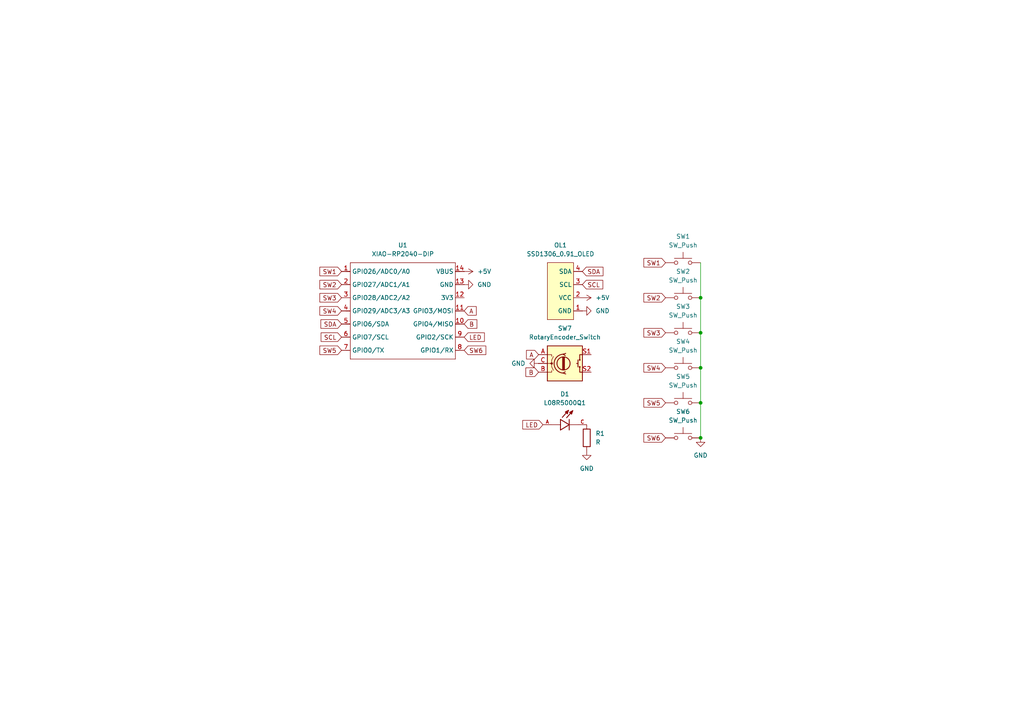
<source format=kicad_sch>
(kicad_sch
	(version 20250114)
	(generator "eeschema")
	(generator_version "9.0")
	(uuid "46873147-f8b1-4616-98b5-dc4b24a60e10")
	(paper "A4")
	(lib_symbols
		(symbol "Device:R"
			(pin_numbers
				(hide yes)
			)
			(pin_names
				(offset 0)
			)
			(exclude_from_sim no)
			(in_bom yes)
			(on_board yes)
			(property "Reference" "R"
				(at 2.032 0 90)
				(effects
					(font
						(size 1.27 1.27)
					)
				)
			)
			(property "Value" "R"
				(at 0 0 90)
				(effects
					(font
						(size 1.27 1.27)
					)
				)
			)
			(property "Footprint" ""
				(at -1.778 0 90)
				(effects
					(font
						(size 1.27 1.27)
					)
					(hide yes)
				)
			)
			(property "Datasheet" "~"
				(at 0 0 0)
				(effects
					(font
						(size 1.27 1.27)
					)
					(hide yes)
				)
			)
			(property "Description" "Resistor"
				(at 0 0 0)
				(effects
					(font
						(size 1.27 1.27)
					)
					(hide yes)
				)
			)
			(property "ki_keywords" "R res resistor"
				(at 0 0 0)
				(effects
					(font
						(size 1.27 1.27)
					)
					(hide yes)
				)
			)
			(property "ki_fp_filters" "R_*"
				(at 0 0 0)
				(effects
					(font
						(size 1.27 1.27)
					)
					(hide yes)
				)
			)
			(symbol "R_0_1"
				(rectangle
					(start -1.016 -2.54)
					(end 1.016 2.54)
					(stroke
						(width 0.254)
						(type default)
					)
					(fill
						(type none)
					)
				)
			)
			(symbol "R_1_1"
				(pin passive line
					(at 0 3.81 270)
					(length 1.27)
					(name "~"
						(effects
							(font
								(size 1.27 1.27)
							)
						)
					)
					(number "1"
						(effects
							(font
								(size 1.27 1.27)
							)
						)
					)
				)
				(pin passive line
					(at 0 -3.81 90)
					(length 1.27)
					(name "~"
						(effects
							(font
								(size 1.27 1.27)
							)
						)
					)
					(number "2"
						(effects
							(font
								(size 1.27 1.27)
							)
						)
					)
				)
			)
			(embedded_fonts no)
		)
		(symbol "Device:RotaryEncoder_Switch"
			(pin_names
				(offset 0.254)
				(hide yes)
			)
			(exclude_from_sim no)
			(in_bom yes)
			(on_board yes)
			(property "Reference" "SW"
				(at 0 6.604 0)
				(effects
					(font
						(size 1.27 1.27)
					)
				)
			)
			(property "Value" "RotaryEncoder_Switch"
				(at 0 -6.604 0)
				(effects
					(font
						(size 1.27 1.27)
					)
				)
			)
			(property "Footprint" ""
				(at -3.81 4.064 0)
				(effects
					(font
						(size 1.27 1.27)
					)
					(hide yes)
				)
			)
			(property "Datasheet" "~"
				(at 0 6.604 0)
				(effects
					(font
						(size 1.27 1.27)
					)
					(hide yes)
				)
			)
			(property "Description" "Rotary encoder, dual channel, incremental quadrate outputs, with switch"
				(at 0 0 0)
				(effects
					(font
						(size 1.27 1.27)
					)
					(hide yes)
				)
			)
			(property "ki_keywords" "rotary switch encoder switch push button"
				(at 0 0 0)
				(effects
					(font
						(size 1.27 1.27)
					)
					(hide yes)
				)
			)
			(property "ki_fp_filters" "RotaryEncoder*Switch*"
				(at 0 0 0)
				(effects
					(font
						(size 1.27 1.27)
					)
					(hide yes)
				)
			)
			(symbol "RotaryEncoder_Switch_0_1"
				(rectangle
					(start -5.08 5.08)
					(end 5.08 -5.08)
					(stroke
						(width 0.254)
						(type default)
					)
					(fill
						(type background)
					)
				)
				(polyline
					(pts
						(xy -5.08 2.54) (xy -3.81 2.54) (xy -3.81 2.032)
					)
					(stroke
						(width 0)
						(type default)
					)
					(fill
						(type none)
					)
				)
				(polyline
					(pts
						(xy -5.08 0) (xy -3.81 0) (xy -3.81 -1.016) (xy -3.302 -2.032)
					)
					(stroke
						(width 0)
						(type default)
					)
					(fill
						(type none)
					)
				)
				(polyline
					(pts
						(xy -5.08 -2.54) (xy -3.81 -2.54) (xy -3.81 -2.032)
					)
					(stroke
						(width 0)
						(type default)
					)
					(fill
						(type none)
					)
				)
				(polyline
					(pts
						(xy -4.318 0) (xy -3.81 0) (xy -3.81 1.016) (xy -3.302 2.032)
					)
					(stroke
						(width 0)
						(type default)
					)
					(fill
						(type none)
					)
				)
				(circle
					(center -3.81 0)
					(radius 0.254)
					(stroke
						(width 0)
						(type default)
					)
					(fill
						(type outline)
					)
				)
				(polyline
					(pts
						(xy -0.635 -1.778) (xy -0.635 1.778)
					)
					(stroke
						(width 0.254)
						(type default)
					)
					(fill
						(type none)
					)
				)
				(circle
					(center -0.381 0)
					(radius 1.905)
					(stroke
						(width 0.254)
						(type default)
					)
					(fill
						(type none)
					)
				)
				(polyline
					(pts
						(xy -0.381 -1.778) (xy -0.381 1.778)
					)
					(stroke
						(width 0.254)
						(type default)
					)
					(fill
						(type none)
					)
				)
				(arc
					(start -0.381 -2.794)
					(mid -3.0988 -0.0635)
					(end -0.381 2.667)
					(stroke
						(width 0.254)
						(type default)
					)
					(fill
						(type none)
					)
				)
				(polyline
					(pts
						(xy -0.127 1.778) (xy -0.127 -1.778)
					)
					(stroke
						(width 0.254)
						(type default)
					)
					(fill
						(type none)
					)
				)
				(polyline
					(pts
						(xy 0.254 2.921) (xy -0.508 2.667) (xy 0.127 2.286)
					)
					(stroke
						(width 0.254)
						(type default)
					)
					(fill
						(type none)
					)
				)
				(polyline
					(pts
						(xy 0.254 -3.048) (xy -0.508 -2.794) (xy 0.127 -2.413)
					)
					(stroke
						(width 0.254)
						(type default)
					)
					(fill
						(type none)
					)
				)
				(polyline
					(pts
						(xy 3.81 1.016) (xy 3.81 -1.016)
					)
					(stroke
						(width 0.254)
						(type default)
					)
					(fill
						(type none)
					)
				)
				(polyline
					(pts
						(xy 3.81 0) (xy 3.429 0)
					)
					(stroke
						(width 0.254)
						(type default)
					)
					(fill
						(type none)
					)
				)
				(circle
					(center 4.318 1.016)
					(radius 0.127)
					(stroke
						(width 0.254)
						(type default)
					)
					(fill
						(type none)
					)
				)
				(circle
					(center 4.318 -1.016)
					(radius 0.127)
					(stroke
						(width 0.254)
						(type default)
					)
					(fill
						(type none)
					)
				)
				(polyline
					(pts
						(xy 5.08 2.54) (xy 4.318 2.54) (xy 4.318 1.016)
					)
					(stroke
						(width 0.254)
						(type default)
					)
					(fill
						(type none)
					)
				)
				(polyline
					(pts
						(xy 5.08 -2.54) (xy 4.318 -2.54) (xy 4.318 -1.016)
					)
					(stroke
						(width 0.254)
						(type default)
					)
					(fill
						(type none)
					)
				)
			)
			(symbol "RotaryEncoder_Switch_1_1"
				(pin passive line
					(at -7.62 2.54 0)
					(length 2.54)
					(name "A"
						(effects
							(font
								(size 1.27 1.27)
							)
						)
					)
					(number "A"
						(effects
							(font
								(size 1.27 1.27)
							)
						)
					)
				)
				(pin passive line
					(at -7.62 0 0)
					(length 2.54)
					(name "C"
						(effects
							(font
								(size 1.27 1.27)
							)
						)
					)
					(number "C"
						(effects
							(font
								(size 1.27 1.27)
							)
						)
					)
				)
				(pin passive line
					(at -7.62 -2.54 0)
					(length 2.54)
					(name "B"
						(effects
							(font
								(size 1.27 1.27)
							)
						)
					)
					(number "B"
						(effects
							(font
								(size 1.27 1.27)
							)
						)
					)
				)
				(pin passive line
					(at 7.62 2.54 180)
					(length 2.54)
					(name "S1"
						(effects
							(font
								(size 1.27 1.27)
							)
						)
					)
					(number "S1"
						(effects
							(font
								(size 1.27 1.27)
							)
						)
					)
				)
				(pin passive line
					(at 7.62 -2.54 180)
					(length 2.54)
					(name "S2"
						(effects
							(font
								(size 1.27 1.27)
							)
						)
					)
					(number "S2"
						(effects
							(font
								(size 1.27 1.27)
							)
						)
					)
				)
			)
			(embedded_fonts no)
		)
		(symbol "L08R5000Q1:L08R5000Q1"
			(pin_names
				(offset 1.016)
			)
			(exclude_from_sim no)
			(in_bom yes)
			(on_board yes)
			(property "Reference" "D"
				(at -3.0988 4.4958 0)
				(effects
					(font
						(size 1.27 1.27)
					)
					(justify left bottom)
				)
			)
			(property "Value" "L08R5000Q1"
				(at -3.556 -3.302 0)
				(effects
					(font
						(size 1.27 1.27)
					)
					(justify left bottom)
				)
			)
			(property "Footprint" "L08R5000Q1:LEDRD254W57D500H1070"
				(at 0 0 0)
				(effects
					(font
						(size 1.27 1.27)
					)
					(justify bottom)
					(hide yes)
				)
			)
			(property "Datasheet" ""
				(at 0 0 0)
				(effects
					(font
						(size 1.27 1.27)
					)
					(hide yes)
				)
			)
			(property "Description" ""
				(at 0 0 0)
				(effects
					(font
						(size 1.27 1.27)
					)
					(hide yes)
				)
			)
			(property "MF" "LED Technology"
				(at 0 0 0)
				(effects
					(font
						(size 1.27 1.27)
					)
					(justify bottom)
					(hide yes)
				)
			)
			(property "MAXIMUM_PACKAGE_HEIGHT" "10.7mm"
				(at 0 0 0)
				(effects
					(font
						(size 1.27 1.27)
					)
					(justify bottom)
					(hide yes)
				)
			)
			(property "Package" "None"
				(at 0 0 0)
				(effects
					(font
						(size 1.27 1.27)
					)
					(justify bottom)
					(hide yes)
				)
			)
			(property "Price" "None"
				(at 0 0 0)
				(effects
					(font
						(size 1.27 1.27)
					)
					(justify bottom)
					(hide yes)
				)
			)
			(property "Check_prices" "https://www.snapeda.com/parts/L08R5000Q1/LED+Technology/view-part/?ref=eda"
				(at 0 0 0)
				(effects
					(font
						(size 1.27 1.27)
					)
					(justify bottom)
					(hide yes)
				)
			)
			(property "STANDARD" "IPC-7351B"
				(at 0 0 0)
				(effects
					(font
						(size 1.27 1.27)
					)
					(justify bottom)
					(hide yes)
				)
			)
			(property "PARTREV" "NA"
				(at 0 0 0)
				(effects
					(font
						(size 1.27 1.27)
					)
					(justify bottom)
					(hide yes)
				)
			)
			(property "SnapEDA_Link" "https://www.snapeda.com/parts/L08R5000Q1/LED+Technology/view-part/?ref=snap"
				(at 0 0 0)
				(effects
					(font
						(size 1.27 1.27)
					)
					(justify bottom)
					(hide yes)
				)
			)
			(property "MP" "L08R5000Q1"
				(at 0 0 0)
				(effects
					(font
						(size 1.27 1.27)
					)
					(justify bottom)
					(hide yes)
				)
			)
			(property "Description_1" "LED, 5MM, ORANGE; LED / Lamp Size: 5mm / T-1 3/4; LED Colour: Orange; Typ Luminous Intensity: 4.3mcd; Viewing Angle: ..."
				(at 0 0 0)
				(effects
					(font
						(size 1.27 1.27)
					)
					(justify bottom)
					(hide yes)
				)
			)
			(property "Availability" "Not in stock"
				(at 0 0 0)
				(effects
					(font
						(size 1.27 1.27)
					)
					(justify bottom)
					(hide yes)
				)
			)
			(property "MANUFACTURER" "LED TECHNOLOGY"
				(at 0 0 0)
				(effects
					(font
						(size 1.27 1.27)
					)
					(justify bottom)
					(hide yes)
				)
			)
			(symbol "L08R5000Q1_0_0"
				(polyline
					(pts
						(xy -2.54 1.524) (xy -2.54 0)
					)
					(stroke
						(width 0.254)
						(type default)
					)
					(fill
						(type none)
					)
				)
				(polyline
					(pts
						(xy -2.54 0) (xy -5.08 0)
					)
					(stroke
						(width 0.1524)
						(type default)
					)
					(fill
						(type none)
					)
				)
				(polyline
					(pts
						(xy -2.54 0) (xy -2.54 -1.524)
					)
					(stroke
						(width 0.254)
						(type default)
					)
					(fill
						(type none)
					)
				)
				(polyline
					(pts
						(xy -2.54 -1.524) (xy 0 0)
					)
					(stroke
						(width 0.254)
						(type default)
					)
					(fill
						(type none)
					)
				)
				(polyline
					(pts
						(xy -1.1176 3.683) (xy -0.2286 4.1656)
					)
					(stroke
						(width 0.254)
						(type default)
					)
					(fill
						(type none)
					)
				)
				(polyline
					(pts
						(xy -0.9398 3.6068) (xy -0.7112 3.7592)
					)
					(stroke
						(width 0.254)
						(type default)
					)
					(fill
						(type none)
					)
				)
				(polyline
					(pts
						(xy -0.5588 3.2004) (xy -1.1176 3.683)
					)
					(stroke
						(width 0.254)
						(type default)
					)
					(fill
						(type none)
					)
				)
				(polyline
					(pts
						(xy -0.5588 3.2004) (xy -0.5334 3.937)
					)
					(stroke
						(width 0.254)
						(type default)
					)
					(fill
						(type none)
					)
				)
				(polyline
					(pts
						(xy -0.5334 3.937) (xy -0.6604 3.937)
					)
					(stroke
						(width 0.254)
						(type default)
					)
					(fill
						(type none)
					)
				)
				(polyline
					(pts
						(xy -0.2286 4.1656) (xy -2.0066 2.1336)
					)
					(stroke
						(width 0.254)
						(type default)
					)
					(fill
						(type none)
					)
				)
				(polyline
					(pts
						(xy -0.2286 4.1656) (xy -0.5588 3.2004)
					)
					(stroke
						(width 0.254)
						(type default)
					)
					(fill
						(type none)
					)
				)
				(polyline
					(pts
						(xy 0 1.524) (xy 0 0)
					)
					(stroke
						(width 0.254)
						(type default)
					)
					(fill
						(type none)
					)
				)
				(polyline
					(pts
						(xy 0 0) (xy -2.54 1.524)
					)
					(stroke
						(width 0.254)
						(type default)
					)
					(fill
						(type none)
					)
				)
				(polyline
					(pts
						(xy 0 0) (xy 0 -1.524)
					)
					(stroke
						(width 0.254)
						(type default)
					)
					(fill
						(type none)
					)
				)
				(polyline
					(pts
						(xy 0.127 3.5814) (xy 1.016 4.064)
					)
					(stroke
						(width 0.254)
						(type default)
					)
					(fill
						(type none)
					)
				)
				(polyline
					(pts
						(xy 0.3048 3.5052) (xy 0.5334 3.6576)
					)
					(stroke
						(width 0.254)
						(type default)
					)
					(fill
						(type none)
					)
				)
				(polyline
					(pts
						(xy 0.6858 3.0988) (xy 0.127 3.5814)
					)
					(stroke
						(width 0.254)
						(type default)
					)
					(fill
						(type none)
					)
				)
				(polyline
					(pts
						(xy 0.6858 3.0988) (xy 0.7112 3.8354)
					)
					(stroke
						(width 0.254)
						(type default)
					)
					(fill
						(type none)
					)
				)
				(polyline
					(pts
						(xy 0.7112 3.8354) (xy 0.5842 3.8354)
					)
					(stroke
						(width 0.254)
						(type default)
					)
					(fill
						(type none)
					)
				)
				(polyline
					(pts
						(xy 1.016 4.064) (xy -0.762 2.032)
					)
					(stroke
						(width 0.254)
						(type default)
					)
					(fill
						(type none)
					)
				)
				(polyline
					(pts
						(xy 1.016 4.064) (xy 0.6858 3.0988)
					)
					(stroke
						(width 0.254)
						(type default)
					)
					(fill
						(type none)
					)
				)
				(polyline
					(pts
						(xy 2.54 0) (xy 0 0)
					)
					(stroke
						(width 0.1524)
						(type default)
					)
					(fill
						(type none)
					)
				)
				(pin passive line
					(at -7.62 0 0)
					(length 2.54)
					(name "~"
						(effects
							(font
								(size 1.016 1.016)
							)
						)
					)
					(number "A"
						(effects
							(font
								(size 1.016 1.016)
							)
						)
					)
				)
				(pin passive line
					(at 5.08 0 180)
					(length 2.54)
					(name "~"
						(effects
							(font
								(size 1.016 1.016)
							)
						)
					)
					(number "C"
						(effects
							(font
								(size 1.016 1.016)
							)
						)
					)
				)
			)
			(embedded_fonts no)
		)
		(symbol "SSD1306_0.91_OLED:SSD1306-0.91-OLED"
			(exclude_from_sim no)
			(in_bom yes)
			(on_board yes)
			(property "Reference" "OL"
				(at 8.128 3.556 0)
				(effects
					(font
						(size 1.27 1.27)
					)
				)
			)
			(property "Value" "SSD1306_0.91_OLED"
				(at 8.128 1.524 0)
				(effects
					(font
						(size 1.27 1.27)
					)
				)
			)
			(property "Footprint" ""
				(at 7.62 1.27 0)
				(effects
					(font
						(size 1.27 1.27)
					)
					(hide yes)
				)
			)
			(property "Datasheet" ""
				(at 7.62 1.27 0)
				(effects
					(font
						(size 1.27 1.27)
					)
					(hide yes)
				)
			)
			(property "Description" ""
				(at 7.62 1.27 0)
				(effects
					(font
						(size 1.27 1.27)
					)
					(hide yes)
				)
			)
			(symbol "SSD1306-0.91-OLED_1_1"
				(rectangle
					(start 0 0)
					(end 16.51 -7.62)
					(stroke
						(width 0)
						(type solid)
					)
					(fill
						(type background)
					)
				)
				(pin passive line
					(at 2.54 -10.16 90)
					(length 2.54)
					(name "GND"
						(effects
							(font
								(size 1.27 1.27)
							)
						)
					)
					(number "1"
						(effects
							(font
								(size 1.27 1.27)
							)
						)
					)
				)
				(pin passive line
					(at 6.35 -10.16 90)
					(length 2.54)
					(name "VCC"
						(effects
							(font
								(size 1.27 1.27)
							)
						)
					)
					(number "2"
						(effects
							(font
								(size 1.27 1.27)
							)
						)
					)
				)
				(pin passive line
					(at 10.16 -10.16 90)
					(length 2.54)
					(name "SCL"
						(effects
							(font
								(size 1.27 1.27)
							)
						)
					)
					(number "3"
						(effects
							(font
								(size 1.27 1.27)
							)
						)
					)
				)
				(pin passive line
					(at 13.97 -10.16 90)
					(length 2.54)
					(name "SDA"
						(effects
							(font
								(size 1.27 1.27)
							)
						)
					)
					(number "4"
						(effects
							(font
								(size 1.27 1.27)
							)
						)
					)
				)
			)
			(embedded_fonts no)
		)
		(symbol "Seeed_Studio_XIAO_Series:XIAO-RP2040-DIP"
			(exclude_from_sim no)
			(in_bom yes)
			(on_board yes)
			(property "Reference" "U"
				(at 0 0 0)
				(effects
					(font
						(size 1.27 1.27)
					)
				)
			)
			(property "Value" "XIAO-RP2040-DIP"
				(at 5.334 -1.778 0)
				(effects
					(font
						(size 1.27 1.27)
					)
				)
			)
			(property "Footprint" "Module:MOUDLE14P-XIAO-DIP-SMD"
				(at 14.478 -32.258 0)
				(effects
					(font
						(size 1.27 1.27)
					)
					(hide yes)
				)
			)
			(property "Datasheet" ""
				(at 0 0 0)
				(effects
					(font
						(size 1.27 1.27)
					)
					(hide yes)
				)
			)
			(property "Description" ""
				(at 0 0 0)
				(effects
					(font
						(size 1.27 1.27)
					)
					(hide yes)
				)
			)
			(symbol "XIAO-RP2040-DIP_1_0"
				(polyline
					(pts
						(xy -1.27 -2.54) (xy 29.21 -2.54)
					)
					(stroke
						(width 0.1524)
						(type solid)
					)
					(fill
						(type none)
					)
				)
				(polyline
					(pts
						(xy -1.27 -5.08) (xy -2.54 -5.08)
					)
					(stroke
						(width 0.1524)
						(type solid)
					)
					(fill
						(type none)
					)
				)
				(polyline
					(pts
						(xy -1.27 -5.08) (xy -1.27 -2.54)
					)
					(stroke
						(width 0.1524)
						(type solid)
					)
					(fill
						(type none)
					)
				)
				(polyline
					(pts
						(xy -1.27 -8.89) (xy -2.54 -8.89)
					)
					(stroke
						(width 0.1524)
						(type solid)
					)
					(fill
						(type none)
					)
				)
				(polyline
					(pts
						(xy -1.27 -8.89) (xy -1.27 -5.08)
					)
					(stroke
						(width 0.1524)
						(type solid)
					)
					(fill
						(type none)
					)
				)
				(polyline
					(pts
						(xy -1.27 -12.7) (xy -2.54 -12.7)
					)
					(stroke
						(width 0.1524)
						(type solid)
					)
					(fill
						(type none)
					)
				)
				(polyline
					(pts
						(xy -1.27 -12.7) (xy -1.27 -8.89)
					)
					(stroke
						(width 0.1524)
						(type solid)
					)
					(fill
						(type none)
					)
				)
				(polyline
					(pts
						(xy -1.27 -16.51) (xy -2.54 -16.51)
					)
					(stroke
						(width 0.1524)
						(type solid)
					)
					(fill
						(type none)
					)
				)
				(polyline
					(pts
						(xy -1.27 -16.51) (xy -1.27 -12.7)
					)
					(stroke
						(width 0.1524)
						(type solid)
					)
					(fill
						(type none)
					)
				)
				(polyline
					(pts
						(xy -1.27 -20.32) (xy -2.54 -20.32)
					)
					(stroke
						(width 0.1524)
						(type solid)
					)
					(fill
						(type none)
					)
				)
				(polyline
					(pts
						(xy -1.27 -24.13) (xy -2.54 -24.13)
					)
					(stroke
						(width 0.1524)
						(type solid)
					)
					(fill
						(type none)
					)
				)
				(polyline
					(pts
						(xy -1.27 -27.94) (xy -2.54 -27.94)
					)
					(stroke
						(width 0.1524)
						(type solid)
					)
					(fill
						(type none)
					)
				)
				(polyline
					(pts
						(xy -1.27 -30.48) (xy -1.27 -16.51)
					)
					(stroke
						(width 0.1524)
						(type solid)
					)
					(fill
						(type none)
					)
				)
				(polyline
					(pts
						(xy 29.21 -2.54) (xy 29.21 -5.08)
					)
					(stroke
						(width 0.1524)
						(type solid)
					)
					(fill
						(type none)
					)
				)
				(polyline
					(pts
						(xy 29.21 -5.08) (xy 29.21 -8.89)
					)
					(stroke
						(width 0.1524)
						(type solid)
					)
					(fill
						(type none)
					)
				)
				(polyline
					(pts
						(xy 29.21 -8.89) (xy 29.21 -12.7)
					)
					(stroke
						(width 0.1524)
						(type solid)
					)
					(fill
						(type none)
					)
				)
				(polyline
					(pts
						(xy 29.21 -12.7) (xy 29.21 -30.48)
					)
					(stroke
						(width 0.1524)
						(type solid)
					)
					(fill
						(type none)
					)
				)
				(polyline
					(pts
						(xy 29.21 -30.48) (xy -1.27 -30.48)
					)
					(stroke
						(width 0.1524)
						(type solid)
					)
					(fill
						(type none)
					)
				)
				(polyline
					(pts
						(xy 30.48 -5.08) (xy 29.21 -5.08)
					)
					(stroke
						(width 0.1524)
						(type solid)
					)
					(fill
						(type none)
					)
				)
				(polyline
					(pts
						(xy 30.48 -8.89) (xy 29.21 -8.89)
					)
					(stroke
						(width 0.1524)
						(type solid)
					)
					(fill
						(type none)
					)
				)
				(polyline
					(pts
						(xy 30.48 -12.7) (xy 29.21 -12.7)
					)
					(stroke
						(width 0.1524)
						(type solid)
					)
					(fill
						(type none)
					)
				)
				(polyline
					(pts
						(xy 30.48 -16.51) (xy 29.21 -16.51)
					)
					(stroke
						(width 0.1524)
						(type solid)
					)
					(fill
						(type none)
					)
				)
				(polyline
					(pts
						(xy 30.48 -20.32) (xy 29.21 -20.32)
					)
					(stroke
						(width 0.1524)
						(type solid)
					)
					(fill
						(type none)
					)
				)
				(polyline
					(pts
						(xy 30.48 -24.13) (xy 29.21 -24.13)
					)
					(stroke
						(width 0.1524)
						(type solid)
					)
					(fill
						(type none)
					)
				)
				(polyline
					(pts
						(xy 30.48 -27.94) (xy 29.21 -27.94)
					)
					(stroke
						(width 0.1524)
						(type solid)
					)
					(fill
						(type none)
					)
				)
				(pin passive line
					(at -3.81 -5.08 0)
					(length 2.54)
					(name "GPIO26/ADC0/A0"
						(effects
							(font
								(size 1.27 1.27)
							)
						)
					)
					(number "1"
						(effects
							(font
								(size 1.27 1.27)
							)
						)
					)
				)
				(pin passive line
					(at -3.81 -8.89 0)
					(length 2.54)
					(name "GPIO27/ADC1/A1"
						(effects
							(font
								(size 1.27 1.27)
							)
						)
					)
					(number "2"
						(effects
							(font
								(size 1.27 1.27)
							)
						)
					)
				)
				(pin passive line
					(at -3.81 -12.7 0)
					(length 2.54)
					(name "GPIO28/ADC2/A2"
						(effects
							(font
								(size 1.27 1.27)
							)
						)
					)
					(number "3"
						(effects
							(font
								(size 1.27 1.27)
							)
						)
					)
				)
				(pin passive line
					(at -3.81 -16.51 0)
					(length 2.54)
					(name "GPIO29/ADC3/A3"
						(effects
							(font
								(size 1.27 1.27)
							)
						)
					)
					(number "4"
						(effects
							(font
								(size 1.27 1.27)
							)
						)
					)
				)
				(pin passive line
					(at -3.81 -20.32 0)
					(length 2.54)
					(name "GPIO6/SDA"
						(effects
							(font
								(size 1.27 1.27)
							)
						)
					)
					(number "5"
						(effects
							(font
								(size 1.27 1.27)
							)
						)
					)
				)
				(pin passive line
					(at -3.81 -24.13 0)
					(length 2.54)
					(name "GPIO7/SCL"
						(effects
							(font
								(size 1.27 1.27)
							)
						)
					)
					(number "6"
						(effects
							(font
								(size 1.27 1.27)
							)
						)
					)
				)
				(pin passive line
					(at -3.81 -27.94 0)
					(length 2.54)
					(name "GPIO0/TX"
						(effects
							(font
								(size 1.27 1.27)
							)
						)
					)
					(number "7"
						(effects
							(font
								(size 1.27 1.27)
							)
						)
					)
				)
				(pin passive line
					(at 31.75 -5.08 180)
					(length 2.54)
					(name "VBUS"
						(effects
							(font
								(size 1.27 1.27)
							)
						)
					)
					(number "14"
						(effects
							(font
								(size 1.27 1.27)
							)
						)
					)
				)
				(pin passive line
					(at 31.75 -8.89 180)
					(length 2.54)
					(name "GND"
						(effects
							(font
								(size 1.27 1.27)
							)
						)
					)
					(number "13"
						(effects
							(font
								(size 1.27 1.27)
							)
						)
					)
				)
				(pin passive line
					(at 31.75 -12.7 180)
					(length 2.54)
					(name "3V3"
						(effects
							(font
								(size 1.27 1.27)
							)
						)
					)
					(number "12"
						(effects
							(font
								(size 1.27 1.27)
							)
						)
					)
				)
				(pin passive line
					(at 31.75 -16.51 180)
					(length 2.54)
					(name "GPIO3/MOSI"
						(effects
							(font
								(size 1.27 1.27)
							)
						)
					)
					(number "11"
						(effects
							(font
								(size 1.27 1.27)
							)
						)
					)
				)
				(pin passive line
					(at 31.75 -20.32 180)
					(length 2.54)
					(name "GPIO4/MISO"
						(effects
							(font
								(size 1.27 1.27)
							)
						)
					)
					(number "10"
						(effects
							(font
								(size 1.27 1.27)
							)
						)
					)
				)
				(pin passive line
					(at 31.75 -24.13 180)
					(length 2.54)
					(name "GPIO2/SCK"
						(effects
							(font
								(size 1.27 1.27)
							)
						)
					)
					(number "9"
						(effects
							(font
								(size 1.27 1.27)
							)
						)
					)
				)
				(pin passive line
					(at 31.75 -27.94 180)
					(length 2.54)
					(name "GPIO1/RX"
						(effects
							(font
								(size 1.27 1.27)
							)
						)
					)
					(number "8"
						(effects
							(font
								(size 1.27 1.27)
							)
						)
					)
				)
			)
			(embedded_fonts no)
		)
		(symbol "Switch:SW_Push"
			(pin_numbers
				(hide yes)
			)
			(pin_names
				(offset 1.016)
				(hide yes)
			)
			(exclude_from_sim no)
			(in_bom yes)
			(on_board yes)
			(property "Reference" "SW"
				(at 1.27 2.54 0)
				(effects
					(font
						(size 1.27 1.27)
					)
					(justify left)
				)
			)
			(property "Value" "SW_Push"
				(at 0 -1.524 0)
				(effects
					(font
						(size 1.27 1.27)
					)
				)
			)
			(property "Footprint" ""
				(at 0 5.08 0)
				(effects
					(font
						(size 1.27 1.27)
					)
					(hide yes)
				)
			)
			(property "Datasheet" "~"
				(at 0 5.08 0)
				(effects
					(font
						(size 1.27 1.27)
					)
					(hide yes)
				)
			)
			(property "Description" "Push button switch, generic, two pins"
				(at 0 0 0)
				(effects
					(font
						(size 1.27 1.27)
					)
					(hide yes)
				)
			)
			(property "ki_keywords" "switch normally-open pushbutton push-button"
				(at 0 0 0)
				(effects
					(font
						(size 1.27 1.27)
					)
					(hide yes)
				)
			)
			(symbol "SW_Push_0_1"
				(circle
					(center -2.032 0)
					(radius 0.508)
					(stroke
						(width 0)
						(type default)
					)
					(fill
						(type none)
					)
				)
				(polyline
					(pts
						(xy 0 1.27) (xy 0 3.048)
					)
					(stroke
						(width 0)
						(type default)
					)
					(fill
						(type none)
					)
				)
				(circle
					(center 2.032 0)
					(radius 0.508)
					(stroke
						(width 0)
						(type default)
					)
					(fill
						(type none)
					)
				)
				(polyline
					(pts
						(xy 2.54 1.27) (xy -2.54 1.27)
					)
					(stroke
						(width 0)
						(type default)
					)
					(fill
						(type none)
					)
				)
				(pin passive line
					(at -5.08 0 0)
					(length 2.54)
					(name "1"
						(effects
							(font
								(size 1.27 1.27)
							)
						)
					)
					(number "1"
						(effects
							(font
								(size 1.27 1.27)
							)
						)
					)
				)
				(pin passive line
					(at 5.08 0 180)
					(length 2.54)
					(name "2"
						(effects
							(font
								(size 1.27 1.27)
							)
						)
					)
					(number "2"
						(effects
							(font
								(size 1.27 1.27)
							)
						)
					)
				)
			)
			(embedded_fonts no)
		)
		(symbol "power:+5V"
			(power)
			(pin_numbers
				(hide yes)
			)
			(pin_names
				(offset 0)
				(hide yes)
			)
			(exclude_from_sim no)
			(in_bom yes)
			(on_board yes)
			(property "Reference" "#PWR"
				(at 0 -3.81 0)
				(effects
					(font
						(size 1.27 1.27)
					)
					(hide yes)
				)
			)
			(property "Value" "+5V"
				(at 0 3.556 0)
				(effects
					(font
						(size 1.27 1.27)
					)
				)
			)
			(property "Footprint" ""
				(at 0 0 0)
				(effects
					(font
						(size 1.27 1.27)
					)
					(hide yes)
				)
			)
			(property "Datasheet" ""
				(at 0 0 0)
				(effects
					(font
						(size 1.27 1.27)
					)
					(hide yes)
				)
			)
			(property "Description" "Power symbol creates a global label with name \"+5V\""
				(at 0 0 0)
				(effects
					(font
						(size 1.27 1.27)
					)
					(hide yes)
				)
			)
			(property "ki_keywords" "global power"
				(at 0 0 0)
				(effects
					(font
						(size 1.27 1.27)
					)
					(hide yes)
				)
			)
			(symbol "+5V_0_1"
				(polyline
					(pts
						(xy -0.762 1.27) (xy 0 2.54)
					)
					(stroke
						(width 0)
						(type default)
					)
					(fill
						(type none)
					)
				)
				(polyline
					(pts
						(xy 0 2.54) (xy 0.762 1.27)
					)
					(stroke
						(width 0)
						(type default)
					)
					(fill
						(type none)
					)
				)
				(polyline
					(pts
						(xy 0 0) (xy 0 2.54)
					)
					(stroke
						(width 0)
						(type default)
					)
					(fill
						(type none)
					)
				)
			)
			(symbol "+5V_1_1"
				(pin power_in line
					(at 0 0 90)
					(length 0)
					(name "~"
						(effects
							(font
								(size 1.27 1.27)
							)
						)
					)
					(number "1"
						(effects
							(font
								(size 1.27 1.27)
							)
						)
					)
				)
			)
			(embedded_fonts no)
		)
		(symbol "power:GND"
			(power)
			(pin_numbers
				(hide yes)
			)
			(pin_names
				(offset 0)
				(hide yes)
			)
			(exclude_from_sim no)
			(in_bom yes)
			(on_board yes)
			(property "Reference" "#PWR"
				(at 0 -6.35 0)
				(effects
					(font
						(size 1.27 1.27)
					)
					(hide yes)
				)
			)
			(property "Value" "GND"
				(at 0 -3.81 0)
				(effects
					(font
						(size 1.27 1.27)
					)
				)
			)
			(property "Footprint" ""
				(at 0 0 0)
				(effects
					(font
						(size 1.27 1.27)
					)
					(hide yes)
				)
			)
			(property "Datasheet" ""
				(at 0 0 0)
				(effects
					(font
						(size 1.27 1.27)
					)
					(hide yes)
				)
			)
			(property "Description" "Power symbol creates a global label with name \"GND\" , ground"
				(at 0 0 0)
				(effects
					(font
						(size 1.27 1.27)
					)
					(hide yes)
				)
			)
			(property "ki_keywords" "global power"
				(at 0 0 0)
				(effects
					(font
						(size 1.27 1.27)
					)
					(hide yes)
				)
			)
			(symbol "GND_0_1"
				(polyline
					(pts
						(xy 0 0) (xy 0 -1.27) (xy 1.27 -1.27) (xy 0 -2.54) (xy -1.27 -1.27) (xy 0 -1.27)
					)
					(stroke
						(width 0)
						(type default)
					)
					(fill
						(type none)
					)
				)
			)
			(symbol "GND_1_1"
				(pin power_in line
					(at 0 0 270)
					(length 0)
					(name "~"
						(effects
							(font
								(size 1.27 1.27)
							)
						)
					)
					(number "1"
						(effects
							(font
								(size 1.27 1.27)
							)
						)
					)
				)
			)
			(embedded_fonts no)
		)
	)
	(junction
		(at 203.2 116.84)
		(diameter 0)
		(color 0 0 0 0)
		(uuid "12003b6b-2398-4c92-83d6-0d8d5ec6d866")
	)
	(junction
		(at 203.2 106.68)
		(diameter 0)
		(color 0 0 0 0)
		(uuid "203c9888-4152-4c38-bf0b-bf18a47dbd00")
	)
	(junction
		(at 203.2 86.36)
		(diameter 0)
		(color 0 0 0 0)
		(uuid "8161b09c-45cd-4154-bb01-c2921106e190")
	)
	(junction
		(at 203.2 96.52)
		(diameter 0)
		(color 0 0 0 0)
		(uuid "8cb78a65-7628-4475-be99-700409321e6f")
	)
	(junction
		(at 203.2 127)
		(diameter 0)
		(color 0 0 0 0)
		(uuid "bd9db146-205a-4572-b2cb-328fc7723f05")
	)
	(wire
		(pts
			(xy 203.2 76.2) (xy 203.2 86.36)
		)
		(stroke
			(width 0)
			(type default)
		)
		(uuid "08f27d46-c563-4744-9b92-451f28d59b13")
	)
	(wire
		(pts
			(xy 203.2 106.68) (xy 203.2 116.84)
		)
		(stroke
			(width 0)
			(type default)
		)
		(uuid "6ffd6af3-69ae-4a16-8ed6-0bfedcd48009")
	)
	(wire
		(pts
			(xy 203.2 96.52) (xy 203.2 106.68)
		)
		(stroke
			(width 0)
			(type default)
		)
		(uuid "8b164ef8-0f6b-44c6-8796-49e77b0b7a4f")
	)
	(wire
		(pts
			(xy 203.2 86.36) (xy 203.2 96.52)
		)
		(stroke
			(width 0)
			(type default)
		)
		(uuid "9d4e450a-64d9-4599-bad7-2a3b34703ff0")
	)
	(wire
		(pts
			(xy 203.2 116.84) (xy 203.2 127)
		)
		(stroke
			(width 0)
			(type default)
		)
		(uuid "cb038ffa-7efe-4ce3-ae3e-8d622fb2991f")
	)
	(global_label "SW6"
		(shape input)
		(at 134.62 101.6 0)
		(fields_autoplaced yes)
		(effects
			(font
				(size 1.27 1.27)
			)
			(justify left)
		)
		(uuid "13fd5d13-6a51-4cf3-bb81-6b72fef40d58")
		(property "Intersheetrefs" "${INTERSHEET_REFS}"
			(at 141.4756 101.6 0)
			(effects
				(font
					(size 1.27 1.27)
				)
				(justify left)
				(hide yes)
			)
		)
	)
	(global_label "LED"
		(shape input)
		(at 157.48 123.19 180)
		(fields_autoplaced yes)
		(effects
			(font
				(size 1.27 1.27)
			)
			(justify right)
		)
		(uuid "18fa8a11-b0ec-43bc-929c-4338fc6c6e5e")
		(property "Intersheetrefs" "${INTERSHEET_REFS}"
			(at 151.0477 123.19 0)
			(effects
				(font
					(size 1.27 1.27)
				)
				(justify right)
				(hide yes)
			)
		)
	)
	(global_label "SW1"
		(shape input)
		(at 193.04 76.2 180)
		(fields_autoplaced yes)
		(effects
			(font
				(size 1.27 1.27)
			)
			(justify right)
		)
		(uuid "1c546609-2fad-4344-910b-38c1ced5dfb9")
		(property "Intersheetrefs" "${INTERSHEET_REFS}"
			(at 186.1844 76.2 0)
			(effects
				(font
					(size 1.27 1.27)
				)
				(justify right)
				(hide yes)
			)
		)
	)
	(global_label "SW5"
		(shape input)
		(at 193.04 116.84 180)
		(fields_autoplaced yes)
		(effects
			(font
				(size 1.27 1.27)
			)
			(justify right)
		)
		(uuid "2020d222-a248-4e5c-a443-b469a35b197d")
		(property "Intersheetrefs" "${INTERSHEET_REFS}"
			(at 186.1844 116.84 0)
			(effects
				(font
					(size 1.27 1.27)
				)
				(justify right)
				(hide yes)
			)
		)
	)
	(global_label "SW5"
		(shape input)
		(at 99.06 101.6 180)
		(fields_autoplaced yes)
		(effects
			(font
				(size 1.27 1.27)
			)
			(justify right)
		)
		(uuid "2c693309-e5d0-4682-90c7-0f568f475e69")
		(property "Intersheetrefs" "${INTERSHEET_REFS}"
			(at 92.2044 101.6 0)
			(effects
				(font
					(size 1.27 1.27)
				)
				(justify right)
				(hide yes)
			)
		)
	)
	(global_label "A"
		(shape input)
		(at 134.62 90.17 0)
		(fields_autoplaced yes)
		(effects
			(font
				(size 1.27 1.27)
			)
			(justify left)
		)
		(uuid "3ca5a7ea-887b-4313-8e06-be7e0b59ccdf")
		(property "Intersheetrefs" "${INTERSHEET_REFS}"
			(at 138.6938 90.17 0)
			(effects
				(font
					(size 1.27 1.27)
				)
				(justify left)
				(hide yes)
			)
		)
	)
	(global_label "SCL"
		(shape input)
		(at 99.06 97.79 180)
		(fields_autoplaced yes)
		(effects
			(font
				(size 1.27 1.27)
			)
			(justify right)
		)
		(uuid "3ff31f92-c431-48da-bb17-03735fa2e85a")
		(property "Intersheetrefs" "${INTERSHEET_REFS}"
			(at 92.5672 97.79 0)
			(effects
				(font
					(size 1.27 1.27)
				)
				(justify right)
				(hide yes)
			)
		)
	)
	(global_label "B"
		(shape input)
		(at 134.62 93.98 0)
		(fields_autoplaced yes)
		(effects
			(font
				(size 1.27 1.27)
			)
			(justify left)
		)
		(uuid "4b5234d2-60c1-43bf-8f61-ee8890221d2a")
		(property "Intersheetrefs" "${INTERSHEET_REFS}"
			(at 138.8752 93.98 0)
			(effects
				(font
					(size 1.27 1.27)
				)
				(justify left)
				(hide yes)
			)
		)
	)
	(global_label "SW4"
		(shape input)
		(at 99.06 90.17 180)
		(fields_autoplaced yes)
		(effects
			(font
				(size 1.27 1.27)
			)
			(justify right)
		)
		(uuid "512251e6-1f5e-4afb-bd10-60154bd87cb2")
		(property "Intersheetrefs" "${INTERSHEET_REFS}"
			(at 92.2044 90.17 0)
			(effects
				(font
					(size 1.27 1.27)
				)
				(justify right)
				(hide yes)
			)
		)
	)
	(global_label "LED"
		(shape input)
		(at 134.62 97.79 0)
		(fields_autoplaced yes)
		(effects
			(font
				(size 1.27 1.27)
			)
			(justify left)
		)
		(uuid "5703407b-c698-4f2e-a2dc-56a5d110afe8")
		(property "Intersheetrefs" "${INTERSHEET_REFS}"
			(at 141.0523 97.79 0)
			(effects
				(font
					(size 1.27 1.27)
				)
				(justify left)
				(hide yes)
			)
		)
	)
	(global_label "SW3"
		(shape input)
		(at 99.06 86.36 180)
		(fields_autoplaced yes)
		(effects
			(font
				(size 1.27 1.27)
			)
			(justify right)
		)
		(uuid "578e352c-1f54-4ecc-83dd-56d9276403b5")
		(property "Intersheetrefs" "${INTERSHEET_REFS}"
			(at 92.2044 86.36 0)
			(effects
				(font
					(size 1.27 1.27)
				)
				(justify right)
				(hide yes)
			)
		)
	)
	(global_label "SW2"
		(shape input)
		(at 99.06 82.55 180)
		(fields_autoplaced yes)
		(effects
			(font
				(size 1.27 1.27)
			)
			(justify right)
		)
		(uuid "5fbfc1aa-4eb4-425a-a264-87ab26705251")
		(property "Intersheetrefs" "${INTERSHEET_REFS}"
			(at 92.2044 82.55 0)
			(effects
				(font
					(size 1.27 1.27)
				)
				(justify right)
				(hide yes)
			)
		)
	)
	(global_label "SDA"
		(shape input)
		(at 168.91 78.74 0)
		(fields_autoplaced yes)
		(effects
			(font
				(size 1.27 1.27)
			)
			(justify left)
		)
		(uuid "773f697d-4d75-4684-8752-c82e55e8e16d")
		(property "Intersheetrefs" "${INTERSHEET_REFS}"
			(at 175.4633 78.74 0)
			(effects
				(font
					(size 1.27 1.27)
				)
				(justify left)
				(hide yes)
			)
		)
	)
	(global_label "SW2"
		(shape input)
		(at 193.04 86.36 180)
		(fields_autoplaced yes)
		(effects
			(font
				(size 1.27 1.27)
			)
			(justify right)
		)
		(uuid "830e58ce-42bc-4de9-a9cd-2af2222fb6c2")
		(property "Intersheetrefs" "${INTERSHEET_REFS}"
			(at 186.1844 86.36 0)
			(effects
				(font
					(size 1.27 1.27)
				)
				(justify right)
				(hide yes)
			)
		)
	)
	(global_label "SCL"
		(shape input)
		(at 168.91 82.55 0)
		(fields_autoplaced yes)
		(effects
			(font
				(size 1.27 1.27)
			)
			(justify left)
		)
		(uuid "8c30a719-7388-4aa8-a9cd-083d45294e57")
		(property "Intersheetrefs" "${INTERSHEET_REFS}"
			(at 175.4028 82.55 0)
			(effects
				(font
					(size 1.27 1.27)
				)
				(justify left)
				(hide yes)
			)
		)
	)
	(global_label "SW3"
		(shape input)
		(at 193.04 96.52 180)
		(fields_autoplaced yes)
		(effects
			(font
				(size 1.27 1.27)
			)
			(justify right)
		)
		(uuid "9405338d-9e59-4ffb-b09d-f5eb628dbcea")
		(property "Intersheetrefs" "${INTERSHEET_REFS}"
			(at 186.1844 96.52 0)
			(effects
				(font
					(size 1.27 1.27)
				)
				(justify right)
				(hide yes)
			)
		)
	)
	(global_label "SW6"
		(shape input)
		(at 193.04 127 180)
		(fields_autoplaced yes)
		(effects
			(font
				(size 1.27 1.27)
			)
			(justify right)
		)
		(uuid "97de3119-82e7-489d-a832-29cd686b9717")
		(property "Intersheetrefs" "${INTERSHEET_REFS}"
			(at 186.1844 127 0)
			(effects
				(font
					(size 1.27 1.27)
				)
				(justify right)
				(hide yes)
			)
		)
	)
	(global_label "SW1"
		(shape input)
		(at 99.06 78.74 180)
		(fields_autoplaced yes)
		(effects
			(font
				(size 1.27 1.27)
			)
			(justify right)
		)
		(uuid "9b5d031e-8f7f-4646-a259-5ba75234e896")
		(property "Intersheetrefs" "${INTERSHEET_REFS}"
			(at 92.2044 78.74 0)
			(effects
				(font
					(size 1.27 1.27)
				)
				(justify right)
				(hide yes)
			)
		)
	)
	(global_label "SDA"
		(shape input)
		(at 99.06 93.98 180)
		(fields_autoplaced yes)
		(effects
			(font
				(size 1.27 1.27)
			)
			(justify right)
		)
		(uuid "ab871e9d-ee9a-44f8-8962-c57012994e9d")
		(property "Intersheetrefs" "${INTERSHEET_REFS}"
			(at 92.5067 93.98 0)
			(effects
				(font
					(size 1.27 1.27)
				)
				(justify right)
				(hide yes)
			)
		)
	)
	(global_label "B"
		(shape input)
		(at 156.21 107.95 180)
		(fields_autoplaced yes)
		(effects
			(font
				(size 1.27 1.27)
			)
			(justify right)
		)
		(uuid "d9764b39-2bc9-4692-b0da-3d19c9ab92ad")
		(property "Intersheetrefs" "${INTERSHEET_REFS}"
			(at 151.9548 107.95 0)
			(effects
				(font
					(size 1.27 1.27)
				)
				(justify right)
				(hide yes)
			)
		)
	)
	(global_label "SW4"
		(shape input)
		(at 193.04 106.68 180)
		(fields_autoplaced yes)
		(effects
			(font
				(size 1.27 1.27)
			)
			(justify right)
		)
		(uuid "ec019031-6e67-4f50-982a-62d6609e35b0")
		(property "Intersheetrefs" "${INTERSHEET_REFS}"
			(at 186.1844 106.68 0)
			(effects
				(font
					(size 1.27 1.27)
				)
				(justify right)
				(hide yes)
			)
		)
	)
	(global_label "A"
		(shape input)
		(at 156.21 102.87 180)
		(fields_autoplaced yes)
		(effects
			(font
				(size 1.27 1.27)
			)
			(justify right)
		)
		(uuid "fbf7f53f-afae-459d-b1f5-e0eeed0fc50b")
		(property "Intersheetrefs" "${INTERSHEET_REFS}"
			(at 152.1362 102.87 0)
			(effects
				(font
					(size 1.27 1.27)
				)
				(justify right)
				(hide yes)
			)
		)
	)
	(symbol
		(lib_id "power:+5V")
		(at 168.91 86.36 270)
		(unit 1)
		(exclude_from_sim no)
		(in_bom yes)
		(on_board yes)
		(dnp no)
		(fields_autoplaced yes)
		(uuid "07de80cb-d332-475e-ab76-347038cb8733")
		(property "Reference" "#PWR04"
			(at 165.1 86.36 0)
			(effects
				(font
					(size 1.27 1.27)
				)
				(hide yes)
			)
		)
		(property "Value" "+5V"
			(at 172.72 86.3599 90)
			(effects
				(font
					(size 1.27 1.27)
				)
				(justify left)
			)
		)
		(property "Footprint" ""
			(at 168.91 86.36 0)
			(effects
				(font
					(size 1.27 1.27)
				)
				(hide yes)
			)
		)
		(property "Datasheet" ""
			(at 168.91 86.36 0)
			(effects
				(font
					(size 1.27 1.27)
				)
				(hide yes)
			)
		)
		(property "Description" "Power symbol creates a global label with name \"+5V\""
			(at 168.91 86.36 0)
			(effects
				(font
					(size 1.27 1.27)
				)
				(hide yes)
			)
		)
		(pin "1"
			(uuid "d9ae8389-5f8c-478d-a77b-c209fc5757fe")
		)
		(instances
			(project ""
				(path "/46873147-f8b1-4616-98b5-dc4b24a60e10"
					(reference "#PWR04")
					(unit 1)
				)
			)
		)
	)
	(symbol
		(lib_id "Switch:SW_Push")
		(at 198.12 86.36 0)
		(unit 1)
		(exclude_from_sim no)
		(in_bom yes)
		(on_board yes)
		(dnp no)
		(fields_autoplaced yes)
		(uuid "3357b530-9e62-4bb8-adb2-eaf3ffd00145")
		(property "Reference" "SW2"
			(at 198.12 78.74 0)
			(effects
				(font
					(size 1.27 1.27)
				)
			)
		)
		(property "Value" "SW_Push"
			(at 198.12 81.28 0)
			(effects
				(font
					(size 1.27 1.27)
				)
			)
		)
		(property "Footprint" "Button_Switch_Keyboard:SW_Cherry_MX_1.00u_PCB"
			(at 198.12 81.28 0)
			(effects
				(font
					(size 1.27 1.27)
				)
				(hide yes)
			)
		)
		(property "Datasheet" "~"
			(at 198.12 81.28 0)
			(effects
				(font
					(size 1.27 1.27)
				)
				(hide yes)
			)
		)
		(property "Description" "Push button switch, generic, two pins"
			(at 198.12 86.36 0)
			(effects
				(font
					(size 1.27 1.27)
				)
				(hide yes)
			)
		)
		(pin "2"
			(uuid "a1764689-5b6c-43c6-b311-9f62939badad")
		)
		(pin "1"
			(uuid "4ac60b1f-c137-46e5-8c2b-71ec49c18197")
		)
		(instances
			(project "BikeWatch_V1"
				(path "/46873147-f8b1-4616-98b5-dc4b24a60e10"
					(reference "SW2")
					(unit 1)
				)
			)
		)
	)
	(symbol
		(lib_id "Switch:SW_Push")
		(at 198.12 96.52 0)
		(unit 1)
		(exclude_from_sim no)
		(in_bom yes)
		(on_board yes)
		(dnp no)
		(fields_autoplaced yes)
		(uuid "38036b82-2c44-42e5-b4c0-648d4d221bba")
		(property "Reference" "SW3"
			(at 198.12 88.9 0)
			(effects
				(font
					(size 1.27 1.27)
				)
			)
		)
		(property "Value" "SW_Push"
			(at 198.12 91.44 0)
			(effects
				(font
					(size 1.27 1.27)
				)
			)
		)
		(property "Footprint" "Button_Switch_Keyboard:SW_Cherry_MX_1.00u_PCB"
			(at 198.12 91.44 0)
			(effects
				(font
					(size 1.27 1.27)
				)
				(hide yes)
			)
		)
		(property "Datasheet" "~"
			(at 198.12 91.44 0)
			(effects
				(font
					(size 1.27 1.27)
				)
				(hide yes)
			)
		)
		(property "Description" "Push button switch, generic, two pins"
			(at 198.12 96.52 0)
			(effects
				(font
					(size 1.27 1.27)
				)
				(hide yes)
			)
		)
		(pin "2"
			(uuid "4421b2c5-7155-4248-b156-90637d5c859e")
		)
		(pin "1"
			(uuid "7bc70884-22c0-49b4-870d-f7ed558086b7")
		)
		(instances
			(project "BikeWatch_V1"
				(path "/46873147-f8b1-4616-98b5-dc4b24a60e10"
					(reference "SW3")
					(unit 1)
				)
			)
		)
	)
	(symbol
		(lib_id "Switch:SW_Push")
		(at 198.12 106.68 0)
		(unit 1)
		(exclude_from_sim no)
		(in_bom yes)
		(on_board yes)
		(dnp no)
		(fields_autoplaced yes)
		(uuid "54a4b506-d694-4df6-8b2b-4e89d3d9cd9e")
		(property "Reference" "SW4"
			(at 198.12 99.06 0)
			(effects
				(font
					(size 1.27 1.27)
				)
			)
		)
		(property "Value" "SW_Push"
			(at 198.12 101.6 0)
			(effects
				(font
					(size 1.27 1.27)
				)
			)
		)
		(property "Footprint" "Button_Switch_Keyboard:SW_Cherry_MX_1.00u_PCB"
			(at 198.12 101.6 0)
			(effects
				(font
					(size 1.27 1.27)
				)
				(hide yes)
			)
		)
		(property "Datasheet" "~"
			(at 198.12 101.6 0)
			(effects
				(font
					(size 1.27 1.27)
				)
				(hide yes)
			)
		)
		(property "Description" "Push button switch, generic, two pins"
			(at 198.12 106.68 0)
			(effects
				(font
					(size 1.27 1.27)
				)
				(hide yes)
			)
		)
		(pin "2"
			(uuid "8bbb76e5-3bd8-4a1c-9cee-d02758fd88e9")
		)
		(pin "1"
			(uuid "2aec9fb0-1cec-4481-a64e-25763466666b")
		)
		(instances
			(project "BikeWatch_V1"
				(path "/46873147-f8b1-4616-98b5-dc4b24a60e10"
					(reference "SW4")
					(unit 1)
				)
			)
		)
	)
	(symbol
		(lib_id "Switch:SW_Push")
		(at 198.12 116.84 0)
		(unit 1)
		(exclude_from_sim no)
		(in_bom yes)
		(on_board yes)
		(dnp no)
		(fields_autoplaced yes)
		(uuid "5f8e0465-5b82-4203-b611-9719821b8e32")
		(property "Reference" "SW5"
			(at 198.12 109.22 0)
			(effects
				(font
					(size 1.27 1.27)
				)
			)
		)
		(property "Value" "SW_Push"
			(at 198.12 111.76 0)
			(effects
				(font
					(size 1.27 1.27)
				)
			)
		)
		(property "Footprint" "Button_Switch_Keyboard:SW_Cherry_MX_1.00u_PCB"
			(at 198.12 111.76 0)
			(effects
				(font
					(size 1.27 1.27)
				)
				(hide yes)
			)
		)
		(property "Datasheet" "~"
			(at 198.12 111.76 0)
			(effects
				(font
					(size 1.27 1.27)
				)
				(hide yes)
			)
		)
		(property "Description" "Push button switch, generic, two pins"
			(at 198.12 116.84 0)
			(effects
				(font
					(size 1.27 1.27)
				)
				(hide yes)
			)
		)
		(pin "2"
			(uuid "8b736af8-76ca-4668-9923-bac84e523b67")
		)
		(pin "1"
			(uuid "4054842a-e0bc-47c3-8321-280b78ac724a")
		)
		(instances
			(project "BikeWatch_V1"
				(path "/46873147-f8b1-4616-98b5-dc4b24a60e10"
					(reference "SW5")
					(unit 1)
				)
			)
		)
	)
	(symbol
		(lib_id "power:GND")
		(at 203.2 127 0)
		(unit 1)
		(exclude_from_sim no)
		(in_bom yes)
		(on_board yes)
		(dnp no)
		(fields_autoplaced yes)
		(uuid "61db5633-c3c1-419e-b92e-2e388519a242")
		(property "Reference" "#PWR01"
			(at 203.2 133.35 0)
			(effects
				(font
					(size 1.27 1.27)
				)
				(hide yes)
			)
		)
		(property "Value" "GND"
			(at 203.2 132.08 0)
			(effects
				(font
					(size 1.27 1.27)
				)
			)
		)
		(property "Footprint" ""
			(at 203.2 127 0)
			(effects
				(font
					(size 1.27 1.27)
				)
				(hide yes)
			)
		)
		(property "Datasheet" ""
			(at 203.2 127 0)
			(effects
				(font
					(size 1.27 1.27)
				)
				(hide yes)
			)
		)
		(property "Description" "Power symbol creates a global label with name \"GND\" , ground"
			(at 203.2 127 0)
			(effects
				(font
					(size 1.27 1.27)
				)
				(hide yes)
			)
		)
		(pin "1"
			(uuid "e33c833b-54e2-476a-ac6f-64eb1b2cd548")
		)
		(instances
			(project ""
				(path "/46873147-f8b1-4616-98b5-dc4b24a60e10"
					(reference "#PWR01")
					(unit 1)
				)
			)
		)
	)
	(symbol
		(lib_id "Device:RotaryEncoder_Switch")
		(at 163.83 105.41 0)
		(unit 1)
		(exclude_from_sim no)
		(in_bom yes)
		(on_board yes)
		(dnp no)
		(fields_autoplaced yes)
		(uuid "647c75d6-a5a8-4a60-abec-4a42c8424625")
		(property "Reference" "SW7"
			(at 163.83 95.25 0)
			(effects
				(font
					(size 1.27 1.27)
				)
			)
		)
		(property "Value" "RotaryEncoder_Switch"
			(at 163.83 97.79 0)
			(effects
				(font
					(size 1.27 1.27)
				)
			)
		)
		(property "Footprint" "Rotary_Encoder:RotaryEncoder_Alps_EC11E-Switch_Vertical_H20mm"
			(at 160.02 101.346 0)
			(effects
				(font
					(size 1.27 1.27)
				)
				(hide yes)
			)
		)
		(property "Datasheet" "~"
			(at 163.83 98.806 0)
			(effects
				(font
					(size 1.27 1.27)
				)
				(hide yes)
			)
		)
		(property "Description" "Rotary encoder, dual channel, incremental quadrate outputs, with switch"
			(at 163.83 105.41 0)
			(effects
				(font
					(size 1.27 1.27)
				)
				(hide yes)
			)
		)
		(pin "A"
			(uuid "5c4d8535-ab70-474c-81ff-fc28dc69a2cb")
		)
		(pin "C"
			(uuid "d63c1d30-61e7-4f86-b771-821030cd65d9")
		)
		(pin "B"
			(uuid "f4119068-18e9-4f2b-971a-03b265d93742")
		)
		(pin "S1"
			(uuid "37d00e66-4446-4a03-82d8-26eb4d952a81")
		)
		(pin "S2"
			(uuid "77f25467-3a76-4cb6-98c1-2b1383c753a2")
		)
		(instances
			(project ""
				(path "/46873147-f8b1-4616-98b5-dc4b24a60e10"
					(reference "SW7")
					(unit 1)
				)
			)
		)
	)
	(symbol
		(lib_id "power:GND")
		(at 134.62 82.55 90)
		(unit 1)
		(exclude_from_sim no)
		(in_bom yes)
		(on_board yes)
		(dnp no)
		(fields_autoplaced yes)
		(uuid "763215d1-e546-4b78-98fd-5ad1367996ba")
		(property "Reference" "#PWR02"
			(at 140.97 82.55 0)
			(effects
				(font
					(size 1.27 1.27)
				)
				(hide yes)
			)
		)
		(property "Value" "GND"
			(at 138.43 82.5499 90)
			(effects
				(font
					(size 1.27 1.27)
				)
				(justify right)
			)
		)
		(property "Footprint" ""
			(at 134.62 82.55 0)
			(effects
				(font
					(size 1.27 1.27)
				)
				(hide yes)
			)
		)
		(property "Datasheet" ""
			(at 134.62 82.55 0)
			(effects
				(font
					(size 1.27 1.27)
				)
				(hide yes)
			)
		)
		(property "Description" "Power symbol creates a global label with name \"GND\" , ground"
			(at 134.62 82.55 0)
			(effects
				(font
					(size 1.27 1.27)
				)
				(hide yes)
			)
		)
		(pin "1"
			(uuid "253c632b-3550-49e2-aeb7-3606c7eda548")
		)
		(instances
			(project "BikeWatch_V1"
				(path "/46873147-f8b1-4616-98b5-dc4b24a60e10"
					(reference "#PWR02")
					(unit 1)
				)
			)
		)
	)
	(symbol
		(lib_id "Switch:SW_Push")
		(at 198.12 127 0)
		(unit 1)
		(exclude_from_sim no)
		(in_bom yes)
		(on_board yes)
		(dnp no)
		(fields_autoplaced yes)
		(uuid "7aec603a-382d-4454-b00c-0d39133bd09a")
		(property "Reference" "SW6"
			(at 198.12 119.38 0)
			(effects
				(font
					(size 1.27 1.27)
				)
			)
		)
		(property "Value" "SW_Push"
			(at 198.12 121.92 0)
			(effects
				(font
					(size 1.27 1.27)
				)
			)
		)
		(property "Footprint" "Button_Switch_Keyboard:SW_Cherry_MX_1.00u_PCB"
			(at 198.12 121.92 0)
			(effects
				(font
					(size 1.27 1.27)
				)
				(hide yes)
			)
		)
		(property "Datasheet" "~"
			(at 198.12 121.92 0)
			(effects
				(font
					(size 1.27 1.27)
				)
				(hide yes)
			)
		)
		(property "Description" "Push button switch, generic, two pins"
			(at 198.12 127 0)
			(effects
				(font
					(size 1.27 1.27)
				)
				(hide yes)
			)
		)
		(pin "2"
			(uuid "de56133d-c05b-4b74-8cf3-c009700adfb0")
		)
		(pin "1"
			(uuid "66bb5ad4-4ae4-43ef-b367-b50739bfae14")
		)
		(instances
			(project "BikeWatch_V1"
				(path "/46873147-f8b1-4616-98b5-dc4b24a60e10"
					(reference "SW6")
					(unit 1)
				)
			)
		)
	)
	(symbol
		(lib_id "power:GND")
		(at 156.21 105.41 270)
		(unit 1)
		(exclude_from_sim no)
		(in_bom yes)
		(on_board yes)
		(dnp no)
		(fields_autoplaced yes)
		(uuid "7d1daea2-006e-4830-95ab-2b830324002e")
		(property "Reference" "#PWR06"
			(at 149.86 105.41 0)
			(effects
				(font
					(size 1.27 1.27)
				)
				(hide yes)
			)
		)
		(property "Value" "GND"
			(at 152.4 105.4099 90)
			(effects
				(font
					(size 1.27 1.27)
				)
				(justify right)
			)
		)
		(property "Footprint" ""
			(at 156.21 105.41 0)
			(effects
				(font
					(size 1.27 1.27)
				)
				(hide yes)
			)
		)
		(property "Datasheet" ""
			(at 156.21 105.41 0)
			(effects
				(font
					(size 1.27 1.27)
				)
				(hide yes)
			)
		)
		(property "Description" "Power symbol creates a global label with name \"GND\" , ground"
			(at 156.21 105.41 0)
			(effects
				(font
					(size 1.27 1.27)
				)
				(hide yes)
			)
		)
		(pin "1"
			(uuid "4bc19806-ae25-4566-8b21-bbb3d4a66265")
		)
		(instances
			(project "BikeWatch_V1"
				(path "/46873147-f8b1-4616-98b5-dc4b24a60e10"
					(reference "#PWR06")
					(unit 1)
				)
			)
		)
	)
	(symbol
		(lib_id "Switch:SW_Push")
		(at 198.12 76.2 0)
		(unit 1)
		(exclude_from_sim no)
		(in_bom yes)
		(on_board yes)
		(dnp no)
		(fields_autoplaced yes)
		(uuid "80916826-f4d8-42c9-862e-8a33deece216")
		(property "Reference" "SW1"
			(at 198.12 68.58 0)
			(effects
				(font
					(size 1.27 1.27)
				)
			)
		)
		(property "Value" "SW_Push"
			(at 198.12 71.12 0)
			(effects
				(font
					(size 1.27 1.27)
				)
			)
		)
		(property "Footprint" "Button_Switch_Keyboard:SW_Cherry_MX_1.00u_PCB"
			(at 198.12 71.12 0)
			(effects
				(font
					(size 1.27 1.27)
				)
				(hide yes)
			)
		)
		(property "Datasheet" "~"
			(at 198.12 71.12 0)
			(effects
				(font
					(size 1.27 1.27)
				)
				(hide yes)
			)
		)
		(property "Description" "Push button switch, generic, two pins"
			(at 198.12 76.2 0)
			(effects
				(font
					(size 1.27 1.27)
				)
				(hide yes)
			)
		)
		(pin "2"
			(uuid "a451a052-2d8a-497a-9f51-b018f4a1f845")
		)
		(pin "1"
			(uuid "d04d038f-729a-43e5-9da0-7ee17915499d")
		)
		(instances
			(project ""
				(path "/46873147-f8b1-4616-98b5-dc4b24a60e10"
					(reference "SW1")
					(unit 1)
				)
			)
		)
	)
	(symbol
		(lib_id "power:GND")
		(at 170.18 130.81 0)
		(unit 1)
		(exclude_from_sim no)
		(in_bom yes)
		(on_board yes)
		(dnp no)
		(fields_autoplaced yes)
		(uuid "85b0688b-b839-4b48-b2d4-0cea35e7f904")
		(property "Reference" "#PWR07"
			(at 170.18 137.16 0)
			(effects
				(font
					(size 1.27 1.27)
				)
				(hide yes)
			)
		)
		(property "Value" "GND"
			(at 170.18 135.89 0)
			(effects
				(font
					(size 1.27 1.27)
				)
			)
		)
		(property "Footprint" ""
			(at 170.18 130.81 0)
			(effects
				(font
					(size 1.27 1.27)
				)
				(hide yes)
			)
		)
		(property "Datasheet" ""
			(at 170.18 130.81 0)
			(effects
				(font
					(size 1.27 1.27)
				)
				(hide yes)
			)
		)
		(property "Description" "Power symbol creates a global label with name \"GND\" , ground"
			(at 170.18 130.81 0)
			(effects
				(font
					(size 1.27 1.27)
				)
				(hide yes)
			)
		)
		(pin "1"
			(uuid "67abe211-508b-49cc-9450-5a8d96d924ba")
		)
		(instances
			(project "BikeWatch_V1"
				(path "/46873147-f8b1-4616-98b5-dc4b24a60e10"
					(reference "#PWR07")
					(unit 1)
				)
			)
		)
	)
	(symbol
		(lib_id "power:GND")
		(at 168.91 90.17 90)
		(unit 1)
		(exclude_from_sim no)
		(in_bom yes)
		(on_board yes)
		(dnp no)
		(fields_autoplaced yes)
		(uuid "93b99afe-f089-450b-b25d-19507e70fe89")
		(property "Reference" "#PWR03"
			(at 175.26 90.17 0)
			(effects
				(font
					(size 1.27 1.27)
				)
				(hide yes)
			)
		)
		(property "Value" "GND"
			(at 172.72 90.1699 90)
			(effects
				(font
					(size 1.27 1.27)
				)
				(justify right)
			)
		)
		(property "Footprint" ""
			(at 168.91 90.17 0)
			(effects
				(font
					(size 1.27 1.27)
				)
				(hide yes)
			)
		)
		(property "Datasheet" ""
			(at 168.91 90.17 0)
			(effects
				(font
					(size 1.27 1.27)
				)
				(hide yes)
			)
		)
		(property "Description" "Power symbol creates a global label with name \"GND\" , ground"
			(at 168.91 90.17 0)
			(effects
				(font
					(size 1.27 1.27)
				)
				(hide yes)
			)
		)
		(pin "1"
			(uuid "59183913-e72c-4b87-8f11-03f21ef6c0f3")
		)
		(instances
			(project "BikeWatch_V1"
				(path "/46873147-f8b1-4616-98b5-dc4b24a60e10"
					(reference "#PWR03")
					(unit 1)
				)
			)
		)
	)
	(symbol
		(lib_id "L08R5000Q1:L08R5000Q1")
		(at 165.1 123.19 0)
		(unit 1)
		(exclude_from_sim no)
		(in_bom yes)
		(on_board yes)
		(dnp no)
		(fields_autoplaced yes)
		(uuid "9fb87822-6630-4f47-8d4e-679a4622f853")
		(property "Reference" "D1"
			(at 163.83 114.3 0)
			(effects
				(font
					(size 1.27 1.27)
				)
			)
		)
		(property "Value" "L08R5000Q1"
			(at 163.83 116.84 0)
			(effects
				(font
					(size 1.27 1.27)
				)
			)
		)
		(property "Footprint" "LED:LEDRD254W57D500H1070"
			(at 165.1 123.19 0)
			(effects
				(font
					(size 1.27 1.27)
				)
				(justify bottom)
				(hide yes)
			)
		)
		(property "Datasheet" ""
			(at 165.1 123.19 0)
			(effects
				(font
					(size 1.27 1.27)
				)
				(hide yes)
			)
		)
		(property "Description" ""
			(at 165.1 123.19 0)
			(effects
				(font
					(size 1.27 1.27)
				)
				(hide yes)
			)
		)
		(property "MF" "LED Technology"
			(at 165.1 123.19 0)
			(effects
				(font
					(size 1.27 1.27)
				)
				(justify bottom)
				(hide yes)
			)
		)
		(property "MAXIMUM_PACKAGE_HEIGHT" "10.7mm"
			(at 165.1 123.19 0)
			(effects
				(font
					(size 1.27 1.27)
				)
				(justify bottom)
				(hide yes)
			)
		)
		(property "Package" "None"
			(at 165.1 123.19 0)
			(effects
				(font
					(size 1.27 1.27)
				)
				(justify bottom)
				(hide yes)
			)
		)
		(property "Price" "None"
			(at 165.1 123.19 0)
			(effects
				(font
					(size 1.27 1.27)
				)
				(justify bottom)
				(hide yes)
			)
		)
		(property "Check_prices" "https://www.snapeda.com/parts/L08R5000Q1/LED+Technology/view-part/?ref=eda"
			(at 165.1 123.19 0)
			(effects
				(font
					(size 1.27 1.27)
				)
				(justify bottom)
				(hide yes)
			)
		)
		(property "STANDARD" "IPC-7351B"
			(at 165.1 123.19 0)
			(effects
				(font
					(size 1.27 1.27)
				)
				(justify bottom)
				(hide yes)
			)
		)
		(property "PARTREV" "NA"
			(at 165.1 123.19 0)
			(effects
				(font
					(size 1.27 1.27)
				)
				(justify bottom)
				(hide yes)
			)
		)
		(property "SnapEDA_Link" "https://www.snapeda.com/parts/L08R5000Q1/LED+Technology/view-part/?ref=snap"
			(at 165.1 123.19 0)
			(effects
				(font
					(size 1.27 1.27)
				)
				(justify bottom)
				(hide yes)
			)
		)
		(property "MP" "L08R5000Q1"
			(at 165.1 123.19 0)
			(effects
				(font
					(size 1.27 1.27)
				)
				(justify bottom)
				(hide yes)
			)
		)
		(property "Description_1" "LED, 5MM, ORANGE; LED / Lamp Size: 5mm / T-1 3/4; LED Colour: Orange; Typ Luminous Intensity: 4.3mcd; Viewing Angle: ..."
			(at 165.1 123.19 0)
			(effects
				(font
					(size 1.27 1.27)
				)
				(justify bottom)
				(hide yes)
			)
		)
		(property "Availability" "Not in stock"
			(at 165.1 123.19 0)
			(effects
				(font
					(size 1.27 1.27)
				)
				(justify bottom)
				(hide yes)
			)
		)
		(property "MANUFACTURER" "LED TECHNOLOGY"
			(at 165.1 123.19 0)
			(effects
				(font
					(size 1.27 1.27)
				)
				(justify bottom)
				(hide yes)
			)
		)
		(pin "A"
			(uuid "45484622-5379-4ae2-9dc6-09374f5d2edb")
		)
		(pin "C"
			(uuid "a4484f6b-6ea2-4ee8-9868-0c462f351234")
		)
		(instances
			(project ""
				(path "/46873147-f8b1-4616-98b5-dc4b24a60e10"
					(reference "D1")
					(unit 1)
				)
			)
		)
	)
	(symbol
		(lib_id "Device:R")
		(at 170.18 127 0)
		(unit 1)
		(exclude_from_sim no)
		(in_bom yes)
		(on_board yes)
		(dnp no)
		(fields_autoplaced yes)
		(uuid "a9714029-0964-4928-af4e-9c52d3cbd5db")
		(property "Reference" "R1"
			(at 172.72 125.7299 0)
			(effects
				(font
					(size 1.27 1.27)
				)
				(justify left)
			)
		)
		(property "Value" "R"
			(at 172.72 128.2699 0)
			(effects
				(font
					(size 1.27 1.27)
				)
				(justify left)
			)
		)
		(property "Footprint" "Resistor_THT:R_Axial_DIN0204_L3.6mm_D1.6mm_P5.08mm_Horizontal"
			(at 168.402 127 90)
			(effects
				(font
					(size 1.27 1.27)
				)
				(hide yes)
			)
		)
		(property "Datasheet" "~"
			(at 170.18 127 0)
			(effects
				(font
					(size 1.27 1.27)
				)
				(hide yes)
			)
		)
		(property "Description" "Resistor"
			(at 170.18 127 0)
			(effects
				(font
					(size 1.27 1.27)
				)
				(hide yes)
			)
		)
		(pin "1"
			(uuid "3f7e04de-b261-4b9b-8b13-ca4492798102")
		)
		(pin "2"
			(uuid "87c02e79-e40f-4198-abb1-be3739c912ce")
		)
		(instances
			(project ""
				(path "/46873147-f8b1-4616-98b5-dc4b24a60e10"
					(reference "R1")
					(unit 1)
				)
			)
		)
	)
	(symbol
		(lib_id "power:+5V")
		(at 134.62 78.74 270)
		(unit 1)
		(exclude_from_sim no)
		(in_bom yes)
		(on_board yes)
		(dnp no)
		(fields_autoplaced yes)
		(uuid "ba9af852-ce96-4408-b1f7-bba77332ea25")
		(property "Reference" "#PWR05"
			(at 130.81 78.74 0)
			(effects
				(font
					(size 1.27 1.27)
				)
				(hide yes)
			)
		)
		(property "Value" "+5V"
			(at 138.43 78.7399 90)
			(effects
				(font
					(size 1.27 1.27)
				)
				(justify left)
			)
		)
		(property "Footprint" ""
			(at 134.62 78.74 0)
			(effects
				(font
					(size 1.27 1.27)
				)
				(hide yes)
			)
		)
		(property "Datasheet" ""
			(at 134.62 78.74 0)
			(effects
				(font
					(size 1.27 1.27)
				)
				(hide yes)
			)
		)
		(property "Description" "Power symbol creates a global label with name \"+5V\""
			(at 134.62 78.74 0)
			(effects
				(font
					(size 1.27 1.27)
				)
				(hide yes)
			)
		)
		(pin "1"
			(uuid "11580b11-f4dd-4d96-ab1f-38d63d4dfa54")
		)
		(instances
			(project ""
				(path "/46873147-f8b1-4616-98b5-dc4b24a60e10"
					(reference "#PWR05")
					(unit 1)
				)
			)
		)
	)
	(symbol
		(lib_id "Seeed_Studio_XIAO_Series:XIAO-RP2040-DIP")
		(at 102.87 73.66 0)
		(unit 1)
		(exclude_from_sim no)
		(in_bom yes)
		(on_board yes)
		(dnp no)
		(fields_autoplaced yes)
		(uuid "c71da9e4-a8e9-49a7-aa39-a7f2acef024d")
		(property "Reference" "U1"
			(at 116.84 71.12 0)
			(effects
				(font
					(size 1.27 1.27)
				)
			)
		)
		(property "Value" "XIAO-RP2040-DIP"
			(at 116.84 73.66 0)
			(effects
				(font
					(size 1.27 1.27)
				)
			)
		)
		(property "Footprint" "Seeed Studio XIAO Series:XIAO-RP2040-DIP"
			(at 117.348 105.918 0)
			(effects
				(font
					(size 1.27 1.27)
				)
				(hide yes)
			)
		)
		(property "Datasheet" ""
			(at 102.87 73.66 0)
			(effects
				(font
					(size 1.27 1.27)
				)
				(hide yes)
			)
		)
		(property "Description" ""
			(at 102.87 73.66 0)
			(effects
				(font
					(size 1.27 1.27)
				)
				(hide yes)
			)
		)
		(pin "9"
			(uuid "f4ffdede-429b-4078-90bf-e711cb803583")
		)
		(pin "14"
			(uuid "01d65281-35db-41a3-a989-a10792d88576")
		)
		(pin "10"
			(uuid "da129821-e157-4818-9524-3795bb79f63d")
		)
		(pin "11"
			(uuid "432975b9-c467-49b5-97e0-7f97e73b756d")
		)
		(pin "13"
			(uuid "8f347d7b-248c-492f-a1f7-f025d6e5029e")
		)
		(pin "6"
			(uuid "4c870ff1-7b9c-4561-98e9-8ffa49d859bc")
		)
		(pin "8"
			(uuid "9665a112-0169-4759-9081-731f94cb9edc")
		)
		(pin "2"
			(uuid "e9313a65-365f-4974-8842-1c63eef55795")
		)
		(pin "1"
			(uuid "5ad3dbd9-912e-40f0-a9fa-9524b69338c5")
		)
		(pin "7"
			(uuid "014081d8-b5a7-416b-9dc4-11f2961f8ae7")
		)
		(pin "12"
			(uuid "2e8c7655-c371-4f11-91c5-266df99f2afa")
		)
		(pin "3"
			(uuid "6d73ec13-63b3-4d91-8b20-3106570adfba")
		)
		(pin "4"
			(uuid "bb55e74c-6940-4fa9-8daa-9481c2a94122")
		)
		(pin "5"
			(uuid "b61bed18-6faf-4c47-ae9e-b4639c66b396")
		)
		(instances
			(project ""
				(path "/46873147-f8b1-4616-98b5-dc4b24a60e10"
					(reference "U1")
					(unit 1)
				)
			)
		)
	)
	(symbol
		(lib_id "SSD1306_0.91_OLED:SSD1306-0.91-OLED")
		(at 158.75 92.71 90)
		(unit 1)
		(exclude_from_sim no)
		(in_bom yes)
		(on_board yes)
		(dnp no)
		(fields_autoplaced yes)
		(uuid "d65fe8b8-32b4-47f0-b0e6-56bb8ed2f42e")
		(property "Reference" "OL1"
			(at 162.56 71.12 90)
			(effects
				(font
					(size 1.27 1.27)
				)
			)
		)
		(property "Value" "SSD1306_0.91_OLED"
			(at 162.56 73.66 90)
			(effects
				(font
					(size 1.27 1.27)
				)
			)
		)
		(property "Footprint" "OLED .91:SSD1306-0.91-OLED-4pin-128x32"
			(at 157.48 85.09 0)
			(effects
				(font
					(size 1.27 1.27)
				)
				(hide yes)
			)
		)
		(property "Datasheet" ""
			(at 157.48 85.09 0)
			(effects
				(font
					(size 1.27 1.27)
				)
				(hide yes)
			)
		)
		(property "Description" ""
			(at 157.48 85.09 0)
			(effects
				(font
					(size 1.27 1.27)
				)
				(hide yes)
			)
		)
		(pin "3"
			(uuid "b80b0409-7530-47a8-98b8-71fce01d7984")
		)
		(pin "4"
			(uuid "459caf87-d76f-4cd1-a63d-94b0cca44cd3")
		)
		(pin "2"
			(uuid "c1b49ff7-9237-4d65-9bca-d53385e40130")
		)
		(pin "1"
			(uuid "d0e01a94-7fbf-426c-a860-da8bc87f6442")
		)
		(instances
			(project ""
				(path "/46873147-f8b1-4616-98b5-dc4b24a60e10"
					(reference "OL1")
					(unit 1)
				)
			)
		)
	)
	(sheet_instances
		(path "/"
			(page "1")
		)
	)
	(embedded_fonts no)
)

</source>
